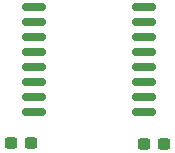
<source format=gbr>
%TF.GenerationSoftware,KiCad,Pcbnew,9.0.6-9.0.6~ubuntu22.04.1*%
%TF.CreationDate,2026-02-12T12:00:21+09:00*%
%TF.ProjectId,usb_typec_serial_insulation_adum1412,7573625f-7479-4706-9563-5f7365726961,V1.0*%
%TF.SameCoordinates,Original*%
%TF.FileFunction,Paste,Top*%
%TF.FilePolarity,Positive*%
%FSLAX46Y46*%
G04 Gerber Fmt 4.6, Leading zero omitted, Abs format (unit mm)*
G04 Created by KiCad (PCBNEW 9.0.6-9.0.6~ubuntu22.04.1) date 2026-02-12 12:00:21*
%MOMM*%
%LPD*%
G01*
G04 APERTURE LIST*
G04 Aperture macros list*
%AMRoundRect*
0 Rectangle with rounded corners*
0 $1 Rounding radius*
0 $2 $3 $4 $5 $6 $7 $8 $9 X,Y pos of 4 corners*
0 Add a 4 corners polygon primitive as box body*
4,1,4,$2,$3,$4,$5,$6,$7,$8,$9,$2,$3,0*
0 Add four circle primitives for the rounded corners*
1,1,$1+$1,$2,$3*
1,1,$1+$1,$4,$5*
1,1,$1+$1,$6,$7*
1,1,$1+$1,$8,$9*
0 Add four rect primitives between the rounded corners*
20,1,$1+$1,$2,$3,$4,$5,0*
20,1,$1+$1,$4,$5,$6,$7,0*
20,1,$1+$1,$6,$7,$8,$9,0*
20,1,$1+$1,$8,$9,$2,$3,0*%
G04 Aperture macros list end*
%ADD10RoundRect,0.237500X0.300000X0.237500X-0.300000X0.237500X-0.300000X-0.237500X0.300000X-0.237500X0*%
%ADD11RoundRect,0.237500X-0.300000X-0.237500X0.300000X-0.237500X0.300000X0.237500X-0.300000X0.237500X0*%
%ADD12RoundRect,0.150000X0.875000X0.150000X-0.875000X0.150000X-0.875000X-0.150000X0.875000X-0.150000X0*%
G04 APERTURE END LIST*
D10*
%TO.C,C2*%
X134837500Y-104000000D03*
X136562500Y-104000000D03*
%TD*%
D11*
%TO.C,C1*%
X146137500Y-104100000D03*
X147862500Y-104100000D03*
%TD*%
D12*
%TO.C,U1*%
X146150000Y-101445000D03*
X146150000Y-100175000D03*
X146150000Y-98905000D03*
X146150000Y-97635000D03*
X146150000Y-96365000D03*
X146150000Y-95095000D03*
X146150000Y-93825000D03*
X146150000Y-92555000D03*
X136850000Y-92555000D03*
X136850000Y-93825000D03*
X136850000Y-95095000D03*
X136850000Y-96365000D03*
X136850000Y-97635000D03*
X136850000Y-98905000D03*
X136850000Y-100175000D03*
X136850000Y-101445000D03*
%TD*%
M02*

</source>
